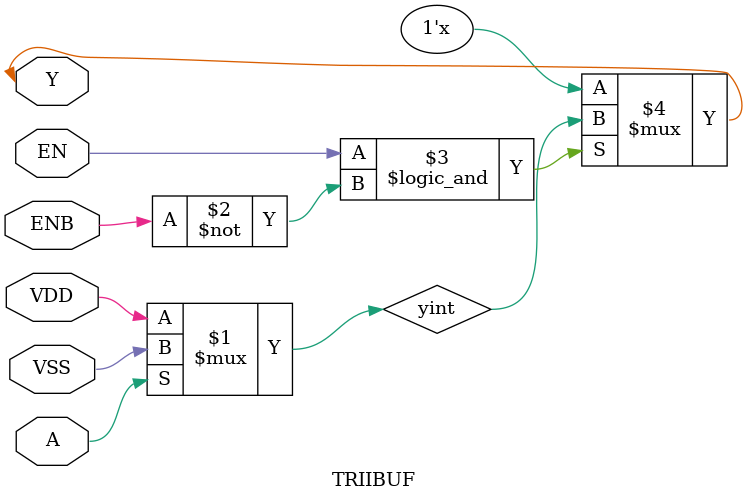
<source format=v>
module TRIIBUF(Y, A, EN, ENB, VDD, VSS );
  input A, EN, ENB;
  inout Y;
  inout VDD, VSS;

  wire yint;

  assign yint = A ? VSS : VDD ;
  assign Y = (EN && ~ENB) ? yint : 1'bZ ;

endmodule

</source>
